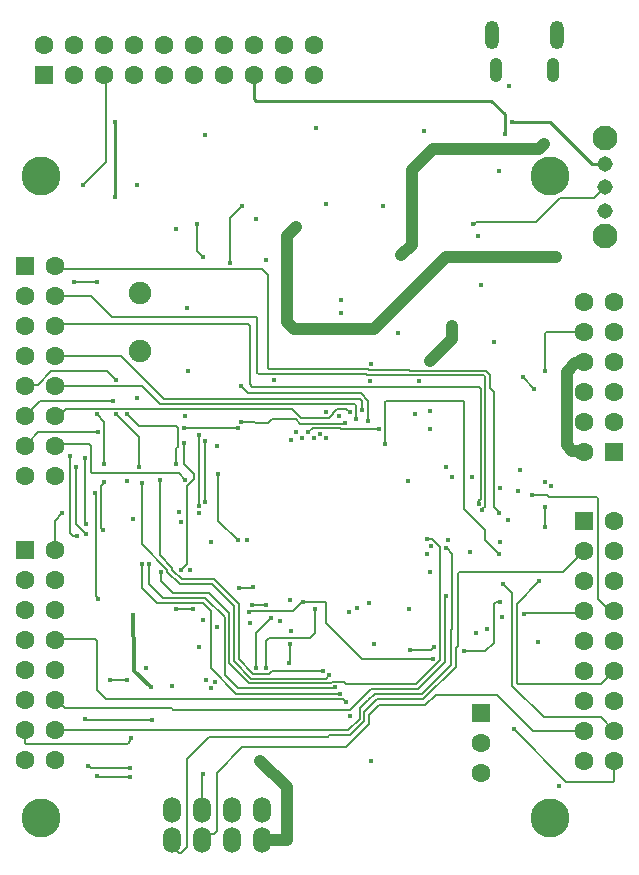
<source format=gbr>
%TF.GenerationSoftware,Altium Limited,Altium Designer,20.2.5 (213)*%
G04 Layer_Physical_Order=4*
G04 Layer_Color=16711680*
%FSLAX45Y45*%
%MOMM*%
%TF.SameCoordinates,0B4FD596-2A60-4D0F-BAE7-1B06E363B609*%
%TF.FilePolarity,Positive*%
%TF.FileFunction,Copper,L4,Bot,Signal*%
%TF.Part,Single*%
G01*
G75*
%TA.AperFunction,Conductor*%
%ADD26C,0.20000*%
%ADD27C,0.30000*%
%ADD28C,1.00000*%
%ADD29C,0.25000*%
%TA.AperFunction,ComponentPad*%
%ADD31C,1.30800*%
%ADD32C,2.10000*%
%ADD33C,1.60000*%
%ADD34R,1.60000X1.60000*%
%ADD35C,1.90500*%
%ADD36R,1.60000X1.60000*%
%ADD37O,1.52400X2.18440*%
%ADD38O,1.20000X2.40000*%
%ADD39O,0.73000X1.46000*%
%TA.AperFunction,ViaPad*%
%ADD40C,0.40000*%
%ADD41C,1.00000*%
%ADD42C,3.30000*%
%TA.AperFunction,ConnectorPad*%
%ADD43O,1.05000X2.10000*%
D26*
X10134600Y5461000D02*
X10351300Y5244300D01*
X10071100Y6007100D02*
X10134600Y5943600D01*
Y5461000D02*
Y5943600D01*
X10351300Y5244300D02*
X11226800D01*
X10361168Y5291000D02*
X11183800D01*
X10250800Y5401368D02*
Y5890900D01*
Y5401368D02*
X10361168Y5291000D01*
X10456300Y5930900D02*
X10461712D01*
X10484590Y5994400D02*
X10604500D01*
X10483790Y5993600D02*
X10484590Y5994400D01*
X10474412Y5943600D02*
X10833100D01*
X10461712Y5930900D02*
X10474412Y5943600D01*
X10833100D02*
X10909300Y6019800D01*
X10807700Y5511800D02*
Y5664200D01*
X11111400Y5371000D02*
X11137900Y5397500D01*
X10461753Y5331000D02*
X11153090D01*
X10972800Y5715000D02*
X11012900Y5755100D01*
X10604500Y5689600D02*
X10629900Y5715000D01*
X10478321Y5371000D02*
X11111400D01*
X10629900Y5715000D02*
X10972800D01*
X11153090Y5331000D02*
X11167990Y5345900D01*
X10330800Y5518522D02*
X10478321Y5371000D01*
X11167990Y5345900D02*
X11258490D01*
X10290800Y5501953D02*
X10461753Y5331000D01*
X11183800Y5291000D02*
X11188700Y5295900D01*
X10649810Y5435600D02*
X11087100D01*
X10604500Y5461000D02*
Y5689600D01*
X10494890Y5411000D02*
X10625210D01*
X10649810Y5435600D01*
X10290800Y5501953D02*
Y5925200D01*
X10330800Y5518522D02*
Y5982932D01*
X10515600Y5461000D02*
Y5753100D01*
X10642600Y5880100D01*
X10370800Y5535090D02*
X10494890Y5411000D01*
X10370800Y5535090D02*
Y5999500D01*
X10795000Y5499100D02*
X10807700Y5511800D01*
X9613900Y6172200D02*
Y6337300D01*
X9817100Y6096000D02*
X10120000D01*
X9715500Y6197600D02*
X9817100Y6096000D01*
X9715500Y6197600D02*
Y6273800D01*
X9550400Y6509610D02*
X9765500Y6294510D01*
X9870506Y6169316D02*
X10144416D01*
X9765500Y6274321D02*
X9870506Y6169316D01*
X9765500Y6274321D02*
Y6294510D01*
X9550400Y6509610D02*
Y7023100D01*
X9702800Y6413779D02*
X9805500Y6311079D01*
X9702800Y6413779D02*
Y7048500D01*
X9886090Y6210300D02*
X10160000D01*
X9805500Y6290890D02*
X9886090Y6210300D01*
X9805500Y6290890D02*
Y6311079D01*
X9842500Y5957100D02*
X9982200D01*
X10198100Y6705600D02*
X10363200Y6540500D01*
X10198100Y6705600D02*
Y7099300D01*
X12008710Y6553200D02*
X12076900Y6485010D01*
X12126900Y6474953D02*
X12130547D01*
X12076900Y5528368D02*
Y6485010D01*
X11870632Y5322100D02*
X12076900Y5528368D01*
X11963400Y6553200D02*
X12008710D01*
X12130547Y6474953D02*
X12178500Y6427000D01*
X8558234Y7848252D02*
Y7885134D01*
X8595116D01*
X9258300Y7975600D02*
X9334500Y7899400D01*
X8784018Y7975600D02*
X9258300D01*
X8685582Y7721600D02*
X9308300D01*
X9207500Y7004988D02*
X9232900Y7030388D01*
Y7035800D01*
X9159406Y6591300D02*
Y6942612D01*
X9155909Y6946109D02*
X9159406Y6942612D01*
X10033000Y6829858D02*
Y7429500D01*
X10032200Y6829058D02*
X10033000Y6829858D01*
X9880600Y6286500D02*
X9931400Y6337300D01*
Y6997700D02*
X9993000Y7059300D01*
X9931400Y6337300D02*
Y6997700D01*
X9993000Y7059300D02*
Y7101200D01*
X10083009Y7379491D02*
X10083405Y7379095D01*
Y6870295D02*
X10083800Y6869900D01*
X10083405Y6870295D02*
Y7379095D01*
X9523900Y7162000D02*
X9525000Y7163100D01*
Y7416800D01*
X10565600Y8840000D02*
X10617200Y8788400D01*
X8812234Y8864252D02*
X8836486Y8840000D01*
X10565600D01*
X10299700Y8890000D02*
Y9271000D01*
X10401300Y9372600D01*
X10617200Y8000315D02*
Y8788400D01*
X11878090Y7836700D02*
X12406984D01*
X11877289Y7837500D02*
X11878090Y7836700D01*
X10641255Y7843535D02*
X10647290Y7837500D01*
X11877289D01*
X12418700Y6893400D02*
Y7824984D01*
X12406984Y7836700D02*
X12418700Y7824984D01*
X10482565Y7843535D02*
X10641255D01*
X11607800Y7354100D02*
Y7709884D01*
X11619516Y7721600D02*
X12269184D01*
X11607800Y7709884D02*
X11619516Y7721600D01*
X12280900Y6807200D02*
Y7709884D01*
X12269184Y7721600D02*
X12280900Y7709884D01*
X11468100Y7549568D02*
Y7721600D01*
X11404600Y7785100D02*
X11468100Y7721600D01*
X10452100Y7785100D02*
X11404600D01*
X10020300Y8991600D02*
X10071100Y8940800D01*
X10020300Y8991600D02*
Y9220200D01*
X11278400Y7657300D02*
X11310400Y7625300D01*
Y7624670D02*
Y7625300D01*
X11814044Y7983535D02*
X11820079Y7977500D01*
X11457021Y7943535D02*
X11797476D01*
X11468525Y7988600D02*
X11473590Y7983535D01*
X11451957Y7948600D02*
X11457021Y7943535D01*
X11494300Y8033535D02*
X11497318Y8030517D01*
X10540016Y7948600D02*
X11451957D01*
X11820079Y7977500D02*
X12463553D01*
X11238403Y7483012D02*
X11556200D01*
X11473590Y7983535D02*
X11814044D01*
X11797476Y7943535D02*
X11803511Y7937500D01*
X12446984D01*
X10628916Y7988600D02*
X11468525D01*
X11231615Y7489800D02*
X11238403Y7483012D01*
X10995910Y7489800D02*
X11231615D01*
X10853810Y7568400D02*
X10892410Y7529800D01*
X11262075D01*
X11266375Y7534100D01*
X11410400Y7641250D02*
Y7722732D01*
X10677519Y7737300D02*
X11395832D01*
X11410400Y7722732D01*
X10388600Y7848600D02*
X10452100Y7785100D01*
X10528300Y7960316D02*
X10540016Y7948600D01*
X10528300Y7960316D02*
Y8421084D01*
X10617200Y8000315D02*
X10628916Y7988600D01*
X10464800Y7861300D02*
X10482565Y7843535D01*
X10464800Y7861300D02*
Y8357584D01*
X12498700Y7829953D02*
Y7942353D01*
X12446984Y7937500D02*
X12458700Y7925784D01*
Y6823697D02*
Y7925784D01*
X12498700Y7829953D02*
X12534100Y7794553D01*
X12463553Y7977500D02*
X12498700Y7942353D01*
X12534100Y6819900D02*
Y7794553D01*
X11360400Y7575175D02*
Y7683384D01*
X10694087Y7697300D02*
X11346485D01*
X11360400Y7575175D02*
X11366375Y7569200D01*
X11346485Y7697300D02*
X11360400Y7683384D01*
X11252200Y5194300D02*
X11277600Y5168900D01*
X11996888Y5613400D02*
X12021488Y5638000D01*
X12026900D01*
X11823700Y5613400D02*
X11996888D01*
X12280900Y5600700D02*
X12458700D01*
X12528058Y5670058D01*
X13267673Y5922027D02*
X13271500Y5918200D01*
X12546616Y6019800D02*
X12585700D01*
X12528058Y6001242D02*
X12546616Y6019800D01*
X12528058Y5670058D02*
Y6001242D01*
X12792727Y5922027D02*
X13267673D01*
X12788900Y5918200D02*
X12792727Y5922027D01*
X13271500Y5918200D02*
X13296899Y5943600D01*
X10911000Y6019800D02*
X11099800D01*
X11112500Y6007100D01*
Y5842000D02*
Y6007100D01*
X11012900Y5755100D02*
Y5956300D01*
X11112500Y5842000D02*
X11417300Y5537200D01*
X12014200D01*
X12687300Y5308600D02*
Y6096000D01*
Y5308600D02*
X12953999Y5041900D01*
X12611100Y6172200D02*
X12687300Y6096000D01*
X12739016Y5321300D02*
X13436600D01*
X12727300Y6006499D02*
X12914099Y6193297D01*
X12727300Y5333016D02*
X12739016Y5321300D01*
X12727300Y5333016D02*
Y6006499D01*
X13436600Y5321300D02*
X13550900Y5435600D01*
X12953999Y5041900D02*
X13436600D01*
X9096805Y4631895D02*
X9096806D01*
X9118600Y4610100D02*
X9448800D01*
X9096806Y4631895D02*
X9118600Y4610100D01*
X9068600Y5029200D02*
X9074012D01*
X9086712Y5016500D01*
X9640400D01*
X9283700Y5359400D02*
X9424500D01*
X12965900Y6654800D02*
Y6822600D01*
X12852400Y6922600D02*
X12983791D01*
X13144501Y4495800D02*
X13539185D01*
X13550900Y4507516D01*
Y4673600D01*
X12700000Y4940300D02*
X13144501Y4495800D01*
X10061910Y4261337D02*
Y4544698D01*
X10071100Y4553888D01*
Y4559300D01*
X12280900Y6807200D02*
X12458700Y6629400D01*
X12572200Y6772600D02*
Y6781800D01*
X12534100Y6819900D02*
X12572200Y6781800D01*
X12403273Y6854106D02*
Y6866896D01*
X12397734Y6872434D02*
X12403273Y6866896D01*
Y6854106D02*
X12407100Y6850279D01*
X12458700Y6540500D02*
Y6629400D01*
Y6540500D02*
X12573000Y6426200D01*
X13119099Y6273800D02*
X13296899Y6451600D01*
X12230100Y5650516D02*
Y6262084D01*
X12241816Y6273800D01*
X13119099D01*
X12218384Y5638800D02*
X12230100Y5650516D01*
X12218316Y5638800D02*
X12218384D01*
X12116900Y6059000D02*
X12128500Y6070600D01*
X12166600Y5782905D02*
X12178500Y5794805D01*
Y6427000D01*
X12206600Y5627084D02*
X12218316Y5638800D01*
X13436600Y5041900D02*
X13550900Y4927600D01*
X8978900Y8724900D02*
X9169400D01*
X12776200Y7924800D02*
X12874335Y7826666D01*
X12451228Y6823697D02*
X12458700D01*
X12439512Y6808186D02*
Y6811981D01*
X12432200Y6795462D02*
Y6800874D01*
X12439512Y6808186D01*
Y6811981D02*
X12451228Y6823697D01*
X12983791Y6922600D02*
X12996790Y6909600D01*
X13397701D02*
X13411200Y6896100D01*
X12996790Y6909600D02*
X13397701D01*
X13411200Y6045416D02*
X13513016Y5943600D01*
X13411200Y6045416D02*
Y6896100D01*
X13513016Y5943600D02*
X13550900D01*
Y6197600D02*
Y6230700D01*
X12397734Y6872434D02*
X12418700Y6893400D01*
X12357900Y9220200D02*
X12369800D01*
X12966701Y7975600D02*
Y8293100D01*
X12978972Y8305372D01*
X13296999D01*
X12865100Y4927600D02*
X13232230D01*
X13258800Y4914900D02*
X13271500Y4902200D01*
X12560300Y5232400D02*
X12865100Y4927600D01*
X13271500Y4902200D02*
X13296899Y4927600D01*
X13258800Y4914900D02*
Y4926429D01*
X13232230Y4953000D02*
X13258800Y4926429D01*
X13232230Y4927600D02*
Y4953000D01*
X12039600Y5232400D02*
X12560300D01*
X11950700Y5143500D02*
X12039600Y5232400D01*
X11557000Y5143500D02*
X11950700D01*
X11474784Y5061284D02*
X11557000Y5143500D01*
X11474784Y4985084D02*
Y5061284D01*
X11277600Y4787900D02*
X11474784Y4985084D01*
X10401300Y4787900D02*
X11277600D01*
X10185400Y4572000D02*
X10401300Y4787900D01*
X10185400Y4076700D02*
Y4572000D01*
X10164300Y4055600D02*
X10185400Y4076700D01*
X10058100Y4007337D02*
X10106363Y4055600D01*
X10164300D01*
X9931400Y4686300D02*
X10121900Y4876800D01*
X11125200D01*
X9931400Y3945100D02*
Y4686300D01*
X9802830Y3955870D02*
X9864216Y3894484D01*
X9880784D01*
X9931400Y3945100D01*
X9802830Y3955870D02*
Y4007337D01*
X11125200Y4876800D02*
X11137900Y4889500D01*
X11308768D01*
X8850650Y4933792D02*
X11296492D01*
X11394784Y5032084D01*
X8812234Y4933792D02*
X8831442Y4953000D01*
X8850650Y4933792D01*
X11434784Y5015516D02*
Y5084784D01*
X11308768Y4889500D02*
X11434784Y5015516D01*
Y5084784D02*
X11544300Y5194300D01*
X11931068D01*
X12206600Y5469832D02*
Y5627084D01*
X11931068Y5194300D02*
X12206600Y5469832D01*
X11492400Y5282100D02*
X11887200D01*
X11922300Y5242100D02*
X12166600Y5486400D01*
Y5782905D01*
X11521792Y5242100D02*
X11922300D01*
X11887200Y5282100D02*
X12116900Y5511800D01*
Y6059000D01*
X11282290Y5322100D02*
X11870632D01*
X10909300Y6019800D02*
X10911000D01*
X9245600Y5194300D02*
X11252200D01*
X9169400Y5270500D02*
X9245600Y5194300D01*
X10144416Y6169316D02*
X10330800Y5982932D01*
X10120000Y6096000D02*
X10290800Y5925200D01*
X10160000Y6210300D02*
X10370800Y5999500D01*
X10087634Y6054066D02*
X10250800Y5890900D01*
X8898105Y5118100D02*
X9804400D01*
X9817100Y5105400D01*
X8828413Y5187792D02*
X8898105Y5118100D01*
X8812234Y5187792D02*
X8828413D01*
X9817100Y5105400D02*
X11315700D01*
X9437542Y4834068D02*
X9460400Y4856926D01*
Y4868490D01*
X9437542Y4827442D02*
Y4834068D01*
X9423400Y4813300D02*
X9437542Y4827442D01*
X8569950Y4813300D02*
X9423400D01*
X11394784Y5032084D02*
Y5120984D01*
X8812234Y6704034D02*
X8877300Y6769100D01*
X8812234Y6457792D02*
Y6704034D01*
X9906000Y7493000D02*
X10363200D01*
X10393306Y7544900D02*
X10499517D01*
X10513387Y7531031D02*
X10618092D01*
X10499517Y7544900D02*
X10513387Y7531031D01*
X11469084Y5189392D02*
X11521792Y5242100D01*
X11463192Y5189392D02*
X11469084D01*
X11394784Y5120984D02*
X11463192Y5189392D01*
X9080500Y6680200D02*
Y6685612D01*
X9068600Y6697512D02*
Y7239000D01*
X9130316Y7112000D02*
X9862944D01*
X9118600Y7123716D02*
Y7341584D01*
Y7123716D02*
X9130316Y7112000D01*
X8825282Y7353300D02*
X9106884D01*
X9068600Y6697512D02*
X9080500Y6685612D01*
X9106884Y7353300D02*
X9118600Y7341584D01*
X8812234Y7340252D02*
X8825282Y7353300D01*
X11315700Y5105400D02*
X11492400Y5282100D01*
X11258490Y5345900D02*
X11282290Y5322100D01*
X8558234Y4825016D02*
Y4933792D01*
Y4825016D02*
X8569950Y4813300D01*
X10961010Y7454900D02*
X10995910Y7489800D01*
X10960100Y7454900D02*
X10961010D01*
X9159406Y6067894D02*
Y6591300D01*
Y6067894D02*
X9182100Y6045200D01*
X9220200Y6629400D02*
Y6634812D01*
X9207500Y6647512D02*
X9220200Y6634812D01*
X9207500Y6647512D02*
Y7004988D01*
X9906800Y7187400D02*
Y7366000D01*
X9842500Y7188200D02*
Y7319400D01*
X9855200Y7332100D01*
X9372948Y8102252D02*
X9737900Y7737300D01*
X10823678Y7655100D02*
X10897748Y7581031D01*
X8904750Y7657300D02*
X9867322D01*
X9869522Y7655100D01*
X10691887Y7695100D02*
X10694087Y7697300D01*
X10056058Y7735100D02*
X10675319D01*
X10037290Y7697300D02*
X10039489Y7695100D01*
X10691887D01*
X9550748Y7848252D02*
X9701700Y7697300D01*
X9869522Y7655100D02*
X10823678D01*
X9701700Y7697300D02*
X10037290D01*
X9737900Y7737300D02*
X10053858D01*
X10056058Y7735100D01*
X10675319D02*
X10677519Y7737300D01*
X9550400Y6134100D02*
X9677400Y6007100D01*
X10071100D01*
X9550400Y6134100D02*
Y6337300D01*
X11166375Y7617585D02*
X11206090Y7657300D01*
X11166375Y7613795D02*
Y7617585D01*
X11133610Y7581031D02*
X11166375Y7613795D01*
X11206090Y7657300D02*
X11278400D01*
X10897748Y7581031D02*
X11133610D01*
X10655461Y7568400D02*
X10853810D01*
X10618092Y7531031D02*
X10655461Y7568400D01*
X9906800Y7187400D02*
X9993000Y7101200D01*
X9862944Y7112000D02*
X9918967Y7055978D01*
X9918967D01*
X9157684Y5702300D02*
X9169400Y5690584D01*
X8856526Y5702300D02*
X9157684D01*
X9169400Y5270500D02*
Y5690584D01*
X8831126Y5676900D02*
X8856526Y5702300D01*
X8812234Y5695792D02*
X8831126Y5676900D01*
X8966200Y6578600D02*
X9001992D01*
X8940800Y6604000D02*
Y7251700D01*
Y6604000D02*
X8966200Y6578600D01*
X8812234Y7594252D02*
X8841702D01*
X8904750Y7657300D01*
X9334500Y7607300D02*
X9525000Y7416800D01*
X10478634Y6135234D02*
X10490200Y6146800D01*
X10375900Y6135234D02*
X10478634D01*
X8990800Y6681000D02*
X9080500Y6591300D01*
X8990800Y6681000D02*
Y7162800D01*
X9613900Y6172200D02*
X9732034Y6054066D01*
X10087634D01*
X8558234Y7377134D02*
X8595116D01*
X8672882Y7454900D02*
X9183200D01*
X9232900Y7188200D02*
X9233200Y7188500D01*
Y7543500D01*
X9169400Y7607300D02*
X9233200Y7543500D01*
X8595116Y7377134D02*
X8672882Y7454900D01*
X8558234Y7340252D02*
Y7377134D01*
Y7631134D02*
X8595116D01*
X8685582Y7721600D01*
X8558234Y7594252D02*
Y7631134D01*
X10516584Y8432800D02*
X10528300Y8421084D01*
X9118948Y8610252D02*
X9296400Y8432800D01*
X8812582Y8610600D02*
X8812930Y8610252D01*
X8812234D02*
X8812582Y8610600D01*
X9296400Y8432800D02*
X10516584D01*
X8812930Y8610252D02*
X9118948D01*
X8812234Y8356252D02*
X8825282Y8369300D01*
X10453084D01*
X10464800Y8357584D01*
X8812234Y8102252D02*
X8812582Y8102600D01*
X8812930Y8102252D02*
X9372948D01*
X9423400Y7607300D02*
X9525000Y7505700D01*
X9843484D01*
X8558234Y7848252D02*
X8572500Y7862518D01*
X8575203Y7859816D02*
X8668234D01*
X8784018Y7975600D01*
X9855200Y7332100D02*
Y7493984D01*
X9843484Y7505700D02*
X9855200Y7493984D01*
X8812234Y7848252D02*
X8824586Y7835900D01*
X8836939Y7848252D02*
X9550748D01*
X8824586Y7835900D02*
X8836939Y7848252D01*
X8572500Y7862518D02*
X8575203Y7859816D01*
X12369800Y9220200D02*
X12382500Y9232900D01*
X12886871D01*
X13090073Y9436100D02*
X13378043D01*
X12886871Y9232900D02*
X13090073Y9436100D01*
X13378043D02*
X13473134Y9531192D01*
X8812582Y8102600D02*
X8812930Y8102252D01*
X9175889Y4540111D02*
X9448800D01*
X9169400Y4546600D02*
X9175889Y4540111D01*
X9055100Y9550400D02*
X9245600Y9740900D01*
Y10464800D01*
D27*
X9474200Y5727700D02*
Y5905500D01*
Y5727700D02*
X9486900Y5715000D01*
Y5435600D02*
Y5715000D01*
Y5435600D02*
X9626600Y5295900D01*
D28*
X11988800Y8057500D02*
X12179300Y8248000D01*
Y8356600D01*
X10840879Y8331200D02*
X11518900D01*
X10782300Y8389779D02*
X10840879Y8331200D01*
X11518900D02*
X12128500Y8940800D01*
X13146999Y7347951D02*
Y7970321D01*
X13285519Y7300852D02*
X13296999Y7289372D01*
X13194098Y7300852D02*
X13285519D01*
X13146999Y7347951D02*
X13194098Y7300852D01*
X13146999Y7970321D02*
X13216570Y8039892D01*
X13285519D01*
X13296999Y8051372D01*
X12128500Y8940800D02*
X13055600D01*
X10553700Y4673600D02*
X10776324Y4450976D01*
Y4007337D02*
Y4450976D01*
X10564830Y4007337D02*
X10776324D01*
X10782300Y9118600D02*
X10858500Y9194800D01*
X10782300Y8389779D02*
Y9118600D01*
X11836400Y9042400D02*
Y9677400D01*
X11747500Y8953500D02*
X11836400Y9042400D01*
Y9677400D02*
X12014200Y9855200D01*
X12915900D02*
X12953999Y9893300D01*
X12014200Y9855200D02*
X12915900D01*
D29*
X12509500Y10261600D02*
X12623800Y10147300D01*
Y9982200D02*
Y10147300D01*
X10517545Y10261600D02*
X12509500D01*
X12687300Y10083800D02*
X13004800D01*
X10502900Y10276245D02*
Y10477500D01*
Y10276245D02*
X10517545Y10261600D01*
X13357408Y9731192D02*
X13473134D01*
X13004800Y10083800D02*
X13357408Y9731192D01*
X9232900Y10477500D02*
X9245600Y10464800D01*
X9321800Y9448800D02*
Y10083800D01*
D31*
X13473134Y9331192D02*
D03*
Y9731192D02*
D03*
Y9531192D02*
D03*
D32*
Y9116192D02*
D03*
Y9946192D02*
D03*
D33*
X12420600Y4826000D02*
D03*
Y4572000D02*
D03*
X8724900Y10731500D02*
D03*
X8978900D02*
D03*
X9232900D02*
D03*
X9486900D02*
D03*
X9740900D02*
D03*
X9994900D02*
D03*
X10248900D02*
D03*
X10502900D02*
D03*
X10756900D02*
D03*
X11010900D02*
D03*
Y10477500D02*
D03*
X10756900D02*
D03*
X10502900D02*
D03*
X10248900D02*
D03*
X9994900D02*
D03*
X9740900D02*
D03*
X9486900D02*
D03*
X9232900D02*
D03*
X8978900D02*
D03*
X13296899Y6451600D02*
D03*
Y6197600D02*
D03*
Y5943600D02*
D03*
Y5689600D02*
D03*
Y5435600D02*
D03*
Y5181600D02*
D03*
Y4927600D02*
D03*
Y4673600D02*
D03*
X13550900D02*
D03*
Y4927600D02*
D03*
Y5181600D02*
D03*
Y5435600D02*
D03*
Y5689600D02*
D03*
Y5943600D02*
D03*
Y6197600D02*
D03*
Y6451600D02*
D03*
Y6705600D02*
D03*
X8558234Y6203792D02*
D03*
Y5949792D02*
D03*
Y5695792D02*
D03*
Y5441792D02*
D03*
Y5187792D02*
D03*
Y4933792D02*
D03*
Y4679792D02*
D03*
X8812234D02*
D03*
Y4933792D02*
D03*
Y5187792D02*
D03*
Y5441792D02*
D03*
Y5695792D02*
D03*
Y5949792D02*
D03*
Y6203792D02*
D03*
Y6457792D02*
D03*
Y8864252D02*
D03*
Y8610252D02*
D03*
Y8356252D02*
D03*
Y8102252D02*
D03*
Y7848252D02*
D03*
Y7594252D02*
D03*
Y7340252D02*
D03*
Y7086252D02*
D03*
X8558234D02*
D03*
Y7340252D02*
D03*
Y7594252D02*
D03*
Y7848252D02*
D03*
Y8102252D02*
D03*
Y8356252D02*
D03*
Y8610252D02*
D03*
X13550999Y8559372D02*
D03*
Y8305372D02*
D03*
Y8051372D02*
D03*
Y7797372D02*
D03*
Y7543372D02*
D03*
X13296999Y8559372D02*
D03*
Y8305372D02*
D03*
Y8051372D02*
D03*
Y7797372D02*
D03*
Y7543372D02*
D03*
Y7289372D02*
D03*
D34*
X12420600Y5080000D02*
D03*
X13296899Y6705600D02*
D03*
X8558234Y6457792D02*
D03*
Y8864252D02*
D03*
X13550999Y7289372D02*
D03*
D35*
X9537700Y8636000D02*
D03*
Y8146004D02*
D03*
D36*
X8724900Y10477500D02*
D03*
D37*
X10564830Y4007337D02*
D03*
X10310830D02*
D03*
X10058100D02*
D03*
X9802830D02*
D03*
X9805370Y4261337D02*
D03*
X10061910D02*
D03*
X10313370D02*
D03*
X10564830D02*
D03*
D38*
X12517900Y10823500D02*
D03*
X13062900D02*
D03*
D39*
X12547900Y10520500D02*
D03*
X13032899D02*
D03*
D40*
X10167676Y5344514D02*
D03*
X10133924Y5294907D02*
D03*
X10185400Y5803900D02*
D03*
X10604500Y5994400D02*
D03*
X11137900Y5397500D02*
D03*
X11087100Y5435600D02*
D03*
X10807700Y5664200D02*
D03*
X9626600Y5295900D02*
D03*
X10604500Y5461000D02*
D03*
X10515600D02*
D03*
X10795000Y5499100D02*
D03*
X10812260Y5770000D02*
D03*
X10718800Y5854700D02*
D03*
X11518900Y5664200D02*
D03*
X11473801Y6009433D02*
D03*
X9613900Y6337300D02*
D03*
X9715500Y6273800D02*
D03*
X9474200Y5905500D02*
D03*
X9842500Y5957100D02*
D03*
X10067447Y5870782D02*
D03*
X12127700Y7162800D02*
D03*
X11811000Y5956300D02*
D03*
X11988800Y6273800D02*
D03*
X12573000Y6426200D02*
D03*
X12332500Y6438900D02*
D03*
X10363200Y6540500D02*
D03*
X10198100Y7099300D02*
D03*
X12126900Y6474953D02*
D03*
X12141200Y6540500D02*
D03*
X11963400Y6553200D02*
D03*
X12001500Y6489700D02*
D03*
X9334500Y7899400D02*
D03*
X9308300Y7721600D02*
D03*
X9232900Y7035800D02*
D03*
X9155909Y6946109D02*
D03*
X9880600Y6692900D02*
D03*
X9867900Y6781800D02*
D03*
X10034442Y6769100D02*
D03*
X10032200Y6829058D02*
D03*
X9550400Y7023100D02*
D03*
X9423400Y7046900D02*
D03*
X9474200Y6718300D02*
D03*
X10083800Y6869900D02*
D03*
X9523900Y7162000D02*
D03*
X9512300Y7747000D02*
D03*
X10299700Y8890000D02*
D03*
X10401300Y9372600D02*
D03*
X10515600Y9258300D02*
D03*
X11861800Y7607300D02*
D03*
X11898800Y7886700D02*
D03*
X10604500Y8915400D02*
D03*
X10071100Y8940800D02*
D03*
X10020300Y9220200D02*
D03*
X10082420Y9969500D02*
D03*
X11310400Y7624670D02*
D03*
X11468100Y7549568D02*
D03*
X11480198Y7893535D02*
D03*
X11494300Y8033535D02*
D03*
X11556200Y7483012D02*
D03*
X11266375Y7534100D02*
D03*
X10388600Y7848600D02*
D03*
X10668000Y7898600D02*
D03*
X11988800Y8057500D02*
D03*
X11410400Y7641250D02*
D03*
X11239500Y8470100D02*
D03*
X11607800Y7354100D02*
D03*
X11315700Y5054600D02*
D03*
X11277600Y5168900D02*
D03*
X12026900Y5638000D02*
D03*
X11823700Y5613400D02*
D03*
X12280900Y5600700D02*
D03*
X12598400Y5892800D02*
D03*
X12585700Y6019800D02*
D03*
X12788900Y5918200D02*
D03*
X11012900Y5956300D02*
D03*
X12014200Y5537200D02*
D03*
X12471400Y5791200D02*
D03*
X12382500Y5753100D02*
D03*
X12903200Y5676900D02*
D03*
X9096805Y4631895D02*
D03*
X9068600Y5029200D02*
D03*
X9283700Y5359400D02*
D03*
X12585700Y6985000D02*
D03*
X12738100Y6962600D02*
D03*
X12965900Y6822600D02*
D03*
Y6654800D02*
D03*
X12852400Y6922600D02*
D03*
X9956800Y6286500D02*
D03*
X9880600D02*
D03*
X9982200Y5957100D02*
D03*
X13081000Y4457700D02*
D03*
X10439400Y6543300D02*
D03*
X10071100Y4559300D02*
D03*
X12344400Y7075800D02*
D03*
X12179300Y7073900D02*
D03*
X12407100Y6850279D02*
D03*
X12585700Y6527800D02*
D03*
X12611100Y6172200D02*
D03*
X12914099Y6193297D02*
D03*
X12128500Y6070600D02*
D03*
X9842160Y9181300D02*
D03*
X9169400Y8724900D02*
D03*
X9944100Y7975600D02*
D03*
X12654260Y6713240D02*
D03*
X12572200Y6772600D02*
D03*
X12700000Y4940300D02*
D03*
X11303000Y5930900D02*
D03*
X12874335Y7826666D02*
D03*
X12432200Y6795462D02*
D03*
X13017500Y6997700D02*
D03*
X12966701Y7035800D02*
D03*
X11988800Y7480300D02*
D03*
Y7632700D02*
D03*
X12179300Y8356600D02*
D03*
X11938000Y10007600D02*
D03*
X12357900Y9220200D02*
D03*
X12395200Y9118600D02*
D03*
X10809300Y7391575D02*
D03*
X11366375Y7569200D02*
D03*
X11722100Y8293100D02*
D03*
X12534900Y8216900D02*
D03*
X12776200Y7924800D02*
D03*
X12966701Y7975600D02*
D03*
X12750800Y7137400D02*
D03*
X11805800Y7043300D02*
D03*
X11023600Y10033000D02*
D03*
X11493500Y4673600D02*
D03*
X9804400Y5308600D02*
D03*
X10911000Y6019800D02*
D03*
X10483790Y5993600D02*
D03*
X10642600Y5880100D02*
D03*
X10804300Y6032500D02*
D03*
X10464800Y5842000D02*
D03*
X10093324Y5355365D02*
D03*
X9588500Y5461000D02*
D03*
X10031434Y5640366D02*
D03*
X11226800Y5244300D02*
D03*
X9640400Y5016500D02*
D03*
X9460400Y4868490D02*
D03*
X9906000Y7493000D02*
D03*
X8877300Y6769100D02*
D03*
X10363200Y7493000D02*
D03*
X10393306Y7544900D02*
D03*
X10858500Y7454900D02*
D03*
X10909300Y7404100D02*
D03*
X11963400Y6426200D02*
D03*
X9068600Y7239000D02*
D03*
X10134600Y6527800D02*
D03*
X11112900Y7404100D02*
D03*
X11061700Y7439800D02*
D03*
X9220200Y6629400D02*
D03*
X9182100Y6045200D02*
D03*
X10033000Y7429500D02*
D03*
X9906800Y7366000D02*
D03*
X9842500Y7188200D02*
D03*
X9702800Y7048500D02*
D03*
X9918700Y7594600D02*
D03*
X11011500Y7404100D02*
D03*
X10960100Y7454900D02*
D03*
X9550400Y6337300D02*
D03*
X11216375Y7596875D02*
D03*
X11188700Y5295900D02*
D03*
X11367900Y5965818D02*
D03*
X9918967Y7055978D02*
D03*
X10490200Y6146800D02*
D03*
X9931400Y8509000D02*
D03*
X10184600Y7336300D02*
D03*
X10083009Y7379491D02*
D03*
X11112900Y7631030D02*
D03*
X9424500Y5359400D02*
D03*
X8940800Y7251700D02*
D03*
X9080500Y6680200D02*
D03*
X10456300Y5930900D02*
D03*
X10375900Y6135234D02*
D03*
X9001992Y6578600D02*
D03*
X9080500Y6591300D02*
D03*
X12420600Y8699500D02*
D03*
X12573000Y9664700D02*
D03*
X12661900Y10388600D02*
D03*
X11239500Y8572500D02*
D03*
X11595100Y9372600D02*
D03*
X11112500Y9385300D02*
D03*
X9512300Y9550400D02*
D03*
X9448800Y4610100D02*
D03*
X9183200Y7454900D02*
D03*
X9334500Y7607300D02*
D03*
X9169400D02*
D03*
X8978900Y8724900D02*
D03*
X9232900Y7188200D02*
D03*
X8990800Y7162800D02*
D03*
X9423400Y7607300D02*
D03*
X9448800Y4540111D02*
D03*
X9169400Y4546600D02*
D03*
X12623800Y9982200D02*
D03*
X12687300Y10083800D02*
D03*
X9055100Y9550400D02*
D03*
X9321800Y9448800D02*
D03*
Y10083800D02*
D03*
D41*
X10553700Y4673600D02*
D03*
X10858500Y9194800D02*
D03*
X11747500Y8953500D02*
D03*
X13055600Y8940800D02*
D03*
X12953999Y9893300D02*
D03*
D42*
X8699500Y4191000D02*
D03*
X13004800D02*
D03*
Y9626600D02*
D03*
X8699500D02*
D03*
D43*
X12547900Y10520500D02*
D03*
X13032899D02*
D03*
%TF.MD5,d1f8d93ce74ac04bd71592eca386bbff*%
M02*

</source>
